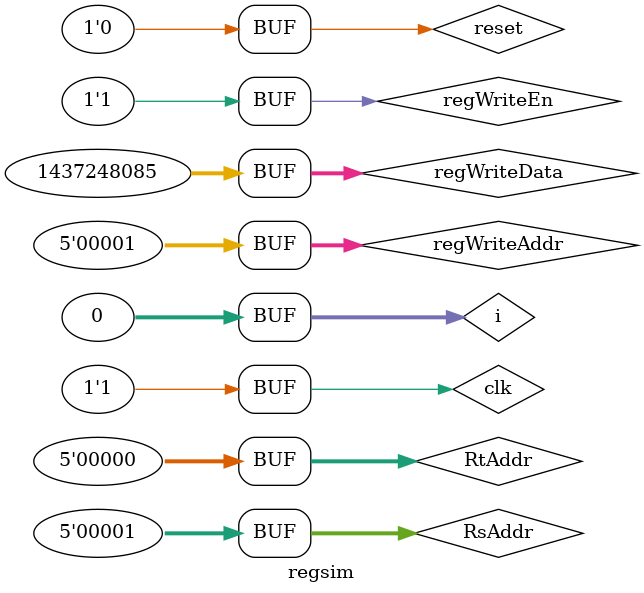
<source format=v>
`timescale 1ns / 1ps
module regsim;

// Inputs reg clk; reg reset;
reg [31:0] regWriteData;
reg [4:0] regWriteAddr; reg regWriteEn;
reg [4:0] RsAddr;
reg [4:0] RtAddr;

wire [31:0] RsData;
wire [31:0] RtData;
// Instantiate the Unit Under Test (UUT)
 regFile uut (
.clk(clk),
.reset(reset),
.regWriteData(regWriteData),
.regWriteAddr(regWriteAddr),
.regWriteEn(regWriteEn),
.RsData(RsData),
.RtData(RtData),
.RsAddr(RsAddr),
.RtAddr(RtAddr)
);

initial begin
// Initialize Inputs clk = 0;
reset = 0;
regWriteData = 0;
regWriteAddr = 0;
regWriteEn = 0;
RsAddr = 0;
RtAddr = 0;

// Wait 100 ns for global reset to finish #100;
regWriteData = 32'h55aaaa55;
regWriteEn = 1;
reset = 1;

#100
reset = 0;
// Add stimulus here
end

parameter PERIOD = 20; always begin
clk = 1'b0;
#(PERIOD / 2) clk = 1'b1; #(PERIOD / 2) ;
end

integer i; always begin
for(i = 30; i >= 1; i = i - 1) begin regWriteAddr = i;
RsAddr = i; #PERIOD;
end
end endmodule

</source>
